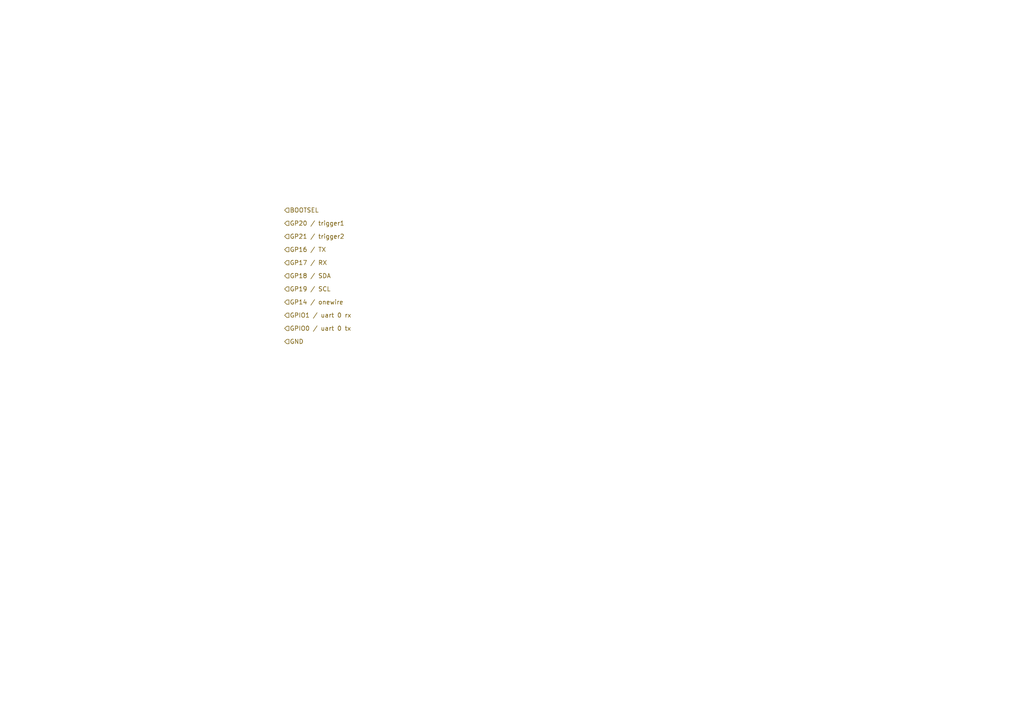
<source format=kicad_sch>
(kicad_sch
	(version 20231120)
	(generator "eeschema")
	(generator_version "8.0")
	(uuid "db8a53cf-8ef2-4165-badc-ac5c3dcdfbad")
	(paper "A4")
	(title_block
		(date "2024-07-16")
		(company "Hans Märki, Märki Informatik")
		(comment 1 "The MIT License (MIT)")
	)
	(lib_symbols)
	(hierarchical_label "GPIO1 {slash} uart 0 rx"
		(shape input)
		(at 82.55 91.44 0)
		(fields_autoplaced yes)
		(effects
			(font
				(size 1.27 1.27)
			)
			(justify left)
		)
		(uuid "034779d9-29a6-449b-ab28-2cff69e21304")
	)
	(hierarchical_label "GND"
		(shape input)
		(at 82.55 99.06 0)
		(fields_autoplaced yes)
		(effects
			(font
				(size 1.27 1.27)
			)
			(justify left)
		)
		(uuid "06ab8b17-c692-402f-9380-e576860b1a63")
	)
	(hierarchical_label "GP20 {slash} trigger1"
		(shape input)
		(at 82.55 64.77 0)
		(fields_autoplaced yes)
		(effects
			(font
				(size 1.27 1.27)
			)
			(justify left)
		)
		(uuid "376f06aa-459c-4b76-b7d5-c0d1aad2d41d")
	)
	(hierarchical_label "GP19 {slash} SCL"
		(shape input)
		(at 82.55 83.82 0)
		(fields_autoplaced yes)
		(effects
			(font
				(size 1.27 1.27)
			)
			(justify left)
		)
		(uuid "38b44045-9cf7-4540-a856-7795a52e1042")
	)
	(hierarchical_label "GPIO0 {slash} uart 0 tx"
		(shape input)
		(at 82.55 95.25 0)
		(fields_autoplaced yes)
		(effects
			(font
				(size 1.27 1.27)
			)
			(justify left)
		)
		(uuid "49e33acb-69ea-4b30-92fe-4b9d4adaa2a7")
	)
	(hierarchical_label "GP14 {slash} onewire"
		(shape input)
		(at 82.55 87.63 0)
		(fields_autoplaced yes)
		(effects
			(font
				(size 1.27 1.27)
			)
			(justify left)
		)
		(uuid "5b54f01c-d3ad-489b-b65b-e5a8e319f019")
	)
	(hierarchical_label "GP18 {slash} SDA"
		(shape input)
		(at 82.55 80.01 0)
		(fields_autoplaced yes)
		(effects
			(font
				(size 1.27 1.27)
			)
			(justify left)
		)
		(uuid "9d5ee2c7-4ae0-4d2a-bd14-9e2e542724e0")
	)
	(hierarchical_label "GP17 {slash} RX"
		(shape input)
		(at 82.55 76.2 0)
		(fields_autoplaced yes)
		(effects
			(font
				(size 1.27 1.27)
			)
			(justify left)
		)
		(uuid "9da07429-e842-44c7-959f-0f9c56ebf76d")
	)
	(hierarchical_label "BOOTSEL"
		(shape input)
		(at 82.55 60.96 0)
		(fields_autoplaced yes)
		(effects
			(font
				(size 1.27 1.27)
			)
			(justify left)
		)
		(uuid "b3b4b5cf-022a-4c23-acd9-10947a887f7f")
	)
	(hierarchical_label "GP21 {slash} trigger2"
		(shape input)
		(at 82.55 68.58 0)
		(fields_autoplaced yes)
		(effects
			(font
				(size 1.27 1.27)
			)
			(justify left)
		)
		(uuid "b47cb48e-ebe0-4a5d-b539-2e8214688fdd")
	)
	(hierarchical_label "GP16 {slash} TX"
		(shape input)
		(at 82.55 72.39 0)
		(fields_autoplaced yes)
		(effects
			(font
				(size 1.27 1.27)
			)
			(justify left)
		)
		(uuid "db03bc4a-1063-4429-a97e-f328c3667bc3")
	)
)

</source>
